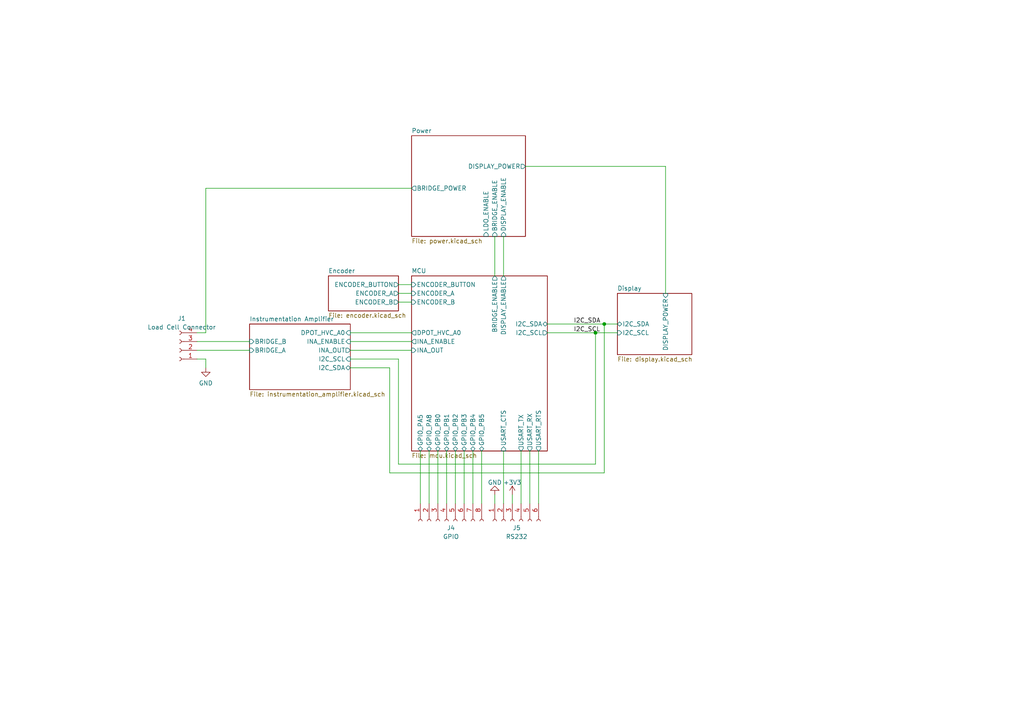
<source format=kicad_sch>
(kicad_sch (version 20211123) (generator eeschema)
  (paper "A4")
  (lib_symbols
    (symbol "Connector:Conn_01x04_Female" (pin_names (offset 1.016) hide)
      (property "Reference" "J" (at 0 5.08 0))
      (property "Value" "Conn_01x04_Female" (at 0 -7.62 0))
      (symbol "Conn_01x04_Female_1_1"
        (arc (start 0 -4.572) (mid -0.508 -5.08) (end 0 -5.588) (stroke (width 0.1524)))
        (arc (start 0 -2.032) (mid -0.508 -2.54) (end 0 -3.048) (stroke (width 0.1524)))
        (polyline (pts (xy -1.27 -5.08) (xy -0.508 -5.08)) (stroke (width 0.1524)))
        (polyline (pts (xy -1.27 -2.54) (xy -0.508 -2.54)) (stroke (width 0.1524)))
        (polyline (pts (xy -1.27 0) (xy -0.508 0)) (stroke (width 0.1524)))
        (polyline (pts (xy -1.27 2.54) (xy -0.508 2.54)) (stroke (width 0.1524)))
        (arc (start 0 0.508) (mid -0.508 0) (end 0 -0.508) (stroke (width 0.1524)))
        (arc (start 0 3.048) (mid -0.508 2.54) (end 0 2.032) (stroke (width 0.1524)))
        (pin passive line (at -5.08 2.54 0) (length 3.81) (name "Pin_1") (number "1"))
        (pin passive line (at -5.08 0 0) (length 3.81) (name "Pin_2") (number "2"))
        (pin passive line (at -5.08 -2.54 0) (length 3.81) (name "Pin_3") (number "3"))
        (pin passive line (at -5.08 -5.08 0) (length 3.81) (name "Pin_4") (number "4"))
      )
    )
    (symbol "Connector:Conn_01x06_Female" (pin_names (offset 1.016) hide)
      (property "Reference" "J" (at 0 7.62 0))
      (property "Value" "Conn_01x06_Female" (at 0 -10.16 0))
      (symbol "Conn_01x06_Female_1_1"
        (arc (start 0 -7.112) (mid -0.508 -7.62) (end 0 -8.128) (stroke (width 0.1524)))
        (arc (start 0 -4.572) (mid -0.508 -5.08) (end 0 -5.588) (stroke (width 0.1524)))
        (arc (start 0 -2.032) (mid -0.508 -2.54) (end 0 -3.048) (stroke (width 0.1524)))
        (polyline (pts (xy -1.27 -7.62) (xy -0.508 -7.62)) (stroke (width 0.1524)))
        (polyline (pts (xy -1.27 -5.08) (xy -0.508 -5.08)) (stroke (width 0.1524)))
        (polyline (pts (xy -1.27 -2.54) (xy -0.508 -2.54)) (stroke (width 0.1524)))
        (polyline (pts (xy -1.27 0) (xy -0.508 0)) (stroke (width 0.1524)))
        (polyline (pts (xy -1.27 2.54) (xy -0.508 2.54)) (stroke (width 0.1524)))
        (polyline (pts (xy -1.27 5.08) (xy -0.508 5.08)) (stroke (width 0.1524)))
        (arc (start 0 0.508) (mid -0.508 0) (end 0 -0.508) (stroke (width 0.1524)))
        (arc (start 0 3.048) (mid -0.508 2.54) (end 0 2.032) (stroke (width 0.1524)))
        (arc (start 0 5.588) (mid -0.508 5.08) (end 0 4.572) (stroke (width 0.1524)))
        (pin passive line (at -5.08 5.08 0) (length 3.81) (name "Pin_1") (number "1"))
        (pin passive line (at -5.08 2.54 0) (length 3.81) (name "Pin_2") (number "2"))
        (pin passive line (at -5.08 0 0) (length 3.81) (name "Pin_3") (number "3"))
        (pin passive line (at -5.08 -2.54 0) (length 3.81) (name "Pin_4") (number "4"))
        (pin passive line (at -5.08 -5.08 0) (length 3.81) (name "Pin_5") (number "5"))
        (pin passive line (at -5.08 -7.62 0) (length 3.81) (name "Pin_6") (number "6"))
      )
    )
    (symbol "Connector:Conn_01x08_Female" (pin_names (offset 1.016) hide)
      (property "Reference" "J" (at 0 10.16 0))
      (property "Value" "Conn_01x08_Female" (at 0 -12.7 0))
      (symbol "Conn_01x08_Female_1_1"
        (arc (start 0 -9.652) (mid -0.508 -10.16) (end 0 -10.668) (stroke (width 0.1524)))
        (arc (start 0 -7.112) (mid -0.508 -7.62) (end 0 -8.128) (stroke (width 0.1524)))
        (arc (start 0 -4.572) (mid -0.508 -5.08) (end 0 -5.588) (stroke (width 0.1524)))
        (arc (start 0 -2.032) (mid -0.508 -2.54) (end 0 -3.048) (stroke (width 0.1524)))
        (polyline (pts (xy -1.27 -10.16) (xy -0.508 -10.16)) (stroke (width 0.1524)))
        (polyline (pts (xy -1.27 -7.62) (xy -0.508 -7.62)) (stroke (width 0.1524)))
        (polyline (pts (xy -1.27 -5.08) (xy -0.508 -5.08)) (stroke (width 0.1524)))
        (polyline (pts (xy -1.27 -2.54) (xy -0.508 -2.54)) (stroke (width 0.1524)))
        (polyline (pts (xy -1.27 0) (xy -0.508 0)) (stroke (width 0.1524)))
        (polyline (pts (xy -1.27 2.54) (xy -0.508 2.54)) (stroke (width 0.1524)))
        (polyline (pts (xy -1.27 5.08) (xy -0.508 5.08)) (stroke (width 0.1524)))
        (polyline (pts (xy -1.27 7.62) (xy -0.508 7.62)) (stroke (width 0.1524)))
        (arc (start 0 0.508) (mid -0.508 0) (end 0 -0.508) (stroke (width 0.1524)))
        (arc (start 0 3.048) (mid -0.508 2.54) (end 0 2.032) (stroke (width 0.1524)))
        (arc (start 0 5.588) (mid -0.508 5.08) (end 0 4.572) (stroke (width 0.1524)))
        (arc (start 0 8.128) (mid -0.508 7.62) (end 0 7.112) (stroke (width 0.1524)))
        (pin passive line (at -5.08 7.62 0) (length 3.81) (name "Pin_1") (number "1"))
        (pin passive line (at -5.08 5.08 0) (length 3.81) (name "Pin_2") (number "2"))
        (pin passive line (at -5.08 2.54 0) (length 3.81) (name "Pin_3") (number "3"))
        (pin passive line (at -5.08 0 0) (length 3.81) (name "Pin_4") (number "4"))
        (pin passive line (at -5.08 -2.54 0) (length 3.81) (name "Pin_5") (number "5"))
        (pin passive line (at -5.08 -5.08 0) (length 3.81) (name "Pin_6") (number "6"))
        (pin passive line (at -5.08 -7.62 0) (length 3.81) (name "Pin_7") (number "7"))
        (pin passive line (at -5.08 -10.16 0) (length 3.81) (name "Pin_8") (number "8"))
      )
    )
    (symbol "power:+3.3V" (power) (pin_names (offset 0))
      (property "Value" "+3.3V" (at 0 3.556 0))
      (symbol "+3.3V_0_1"
        (polyline (pts (xy -0.762 1.27) (xy 0 2.54)))
        (polyline (pts (xy 0 0) (xy 0 2.54)))
        (polyline (pts (xy 0 2.54) (xy 0.762 1.27)))
      )
      (symbol "+3.3V_1_1"
        (pin power_in line (at 0 0 90) (length 0) hide (name "+3V3") (number "1"))
      )
    )
    (symbol "power:GND" (power) (pin_names (offset 0))
      (property "Value" "GND" (at 0 -3.81 0))
      (symbol "GND_0_1"
        (polyline (pts (xy 0 0) (xy 0 -1.27) (xy 1.27 -1.27) (xy 0 -2.54) (xy -1.27 -1.27) (xy 0 -1.27)))
      )
      (symbol "GND_1_1"
        (pin power_in line (at 0 0 270) (length 0) hide (name "GND") (number "1"))
      )
    )
  )
  (junction (at 175.26 93.98))
  (junction (at 172.72 96.52))
  (wire (pts (xy 148.59 143.51) (xy 148.59 146.05)))
  (wire (pts (xy 158.75 96.52) (xy 172.72 96.52)))
  (wire (pts (xy 175.26 93.98) (xy 179.07 93.98)))
  (wire (pts (xy 59.69 54.61) (xy 119.38 54.61)))
  (wire (pts (xy 137.16 130.81) (xy 137.16 146.05)))
  (wire (pts (xy 101.6 101.6) (xy 119.38 101.6)))
  (wire (pts (xy 151.13 130.81) (xy 151.13 146.05)))
  (wire (pts (xy 146.05 130.81) (xy 146.05 146.05)))
  (wire (pts (xy 172.72 96.52) (xy 179.07 96.52)))
  (wire (pts (xy 101.6 99.06) (xy 119.38 99.06)))
  (wire (pts (xy 121.92 130.81) (xy 121.92 146.05)))
  (wire (pts (xy 152.4 48.26) (xy 193.04 48.26)))
  (wire (pts (xy 113.03 137.16) (xy 175.26 137.16)))
  (wire (pts (xy 158.75 93.98) (xy 175.26 93.98)))
  (wire (pts (xy 132.08 130.81) (xy 132.08 146.05)))
  (wire (pts (xy 101.6 106.68) (xy 113.03 106.68)))
  (wire (pts (xy 127 130.81) (xy 127 146.05)))
  (wire (pts (xy 57.15 99.06) (xy 72.39 99.06)))
  (wire (pts (xy 59.69 54.61) (xy 59.69 96.52)))
  (wire (pts (xy 124.46 130.81) (xy 124.46 146.05)))
  (wire (pts (xy 115.57 87.63) (xy 119.38 87.63)))
  (wire (pts (xy 175.26 93.98) (xy 175.26 137.16)))
  (wire (pts (xy 57.15 101.6) (xy 72.39 101.6)))
  (wire (pts (xy 59.69 106.68) (xy 59.69 104.14)))
  (wire (pts (xy 129.54 130.81) (xy 129.54 146.05)))
  (wire (pts (xy 156.21 130.81) (xy 156.21 146.05)))
  (wire (pts (xy 172.72 134.62) (xy 115.57 134.62)))
  (wire (pts (xy 143.51 143.51) (xy 143.51 146.05)))
  (wire (pts (xy 113.03 106.68) (xy 113.03 137.16)))
  (wire (pts (xy 146.05 68.58) (xy 146.05 80.01)))
  (wire (pts (xy 139.7 130.81) (xy 139.7 146.05)))
  (wire (pts (xy 101.6 96.52) (xy 119.38 96.52)))
  (wire (pts (xy 172.72 96.52) (xy 172.72 134.62)))
  (wire (pts (xy 115.57 85.09) (xy 119.38 85.09)))
  (wire (pts (xy 193.04 48.26) (xy 193.04 85.09)))
  (wire (pts (xy 134.62 130.81) (xy 134.62 146.05)))
  (wire (pts (xy 143.51 68.58) (xy 143.51 80.01)))
  (wire (pts (xy 153.67 130.81) (xy 153.67 146.05)))
  (wire (pts (xy 59.69 104.14) (xy 57.15 104.14)))
  (wire (pts (xy 115.57 104.14) (xy 115.57 134.62)))
  (wire (pts (xy 101.6 104.14) (xy 115.57 104.14)))
  (wire (pts (xy 57.15 96.52) (xy 59.69 96.52)))
  (wire (pts (xy 115.57 82.55) (xy 119.38 82.55)))
  (label "I2C_SDA" (at 166.37 93.98 0))
  (label "I2C_SCL" (at 166.37 96.52 0))
  (symbol (lib_id "power:GND") (at 59.69 106.68 0) (unit 1)
    (property "Reference" "#PWR0103" (effects hide))
    (property "Value" "GND" (at 59.69 111.1234 0))
  )
  (symbol (lib_id "Connector:Conn_01x04_Female") (at 52.07 101.6 180) (unit 1)
    (property "Reference" "J1" (at 52.705 92.363 0))
    (property "Value" "Load Cell Connector" (at 52.705 94.8999 0))
    (property "Footprint" "Connector_PinHeader_2.54mm:PinHeader_1x04_P2.54mm_Vertical" (effects hide))
  )
  (symbol (lib_id "Connector:Conn_01x08_Female") (at 129.54 151.13 90) (mirror x) (unit 1)
    (property "Reference" "J4" (at 130.81 153.1096 90))
    (property "Value" "GPIO" (at 130.81 155.6465 90))
    (property "Footprint" "Connector_PinHeader_2.54mm:PinHeader_1x08_P2.54mm_Vertical" (effects hide))
  )
  (symbol (lib_id "power:+3.3V") (at 148.59 143.51 0) (unit 1)
    (property "Reference" "#PWR0102" (effects hide))
    (property "Value" "+3.3V" (at 148.59 139.9342 0))
  )
  (symbol (lib_id "power:GND") (at 143.51 143.51 180) (unit 1)
    (property "Reference" "#PWR0101" (effects hide))
    (property "Value" "GND" (at 143.51 139.9342 0))
  )
  (symbol (lib_id "Connector:Conn_01x06_Female") (at 148.59 151.13 90) (mirror x) (unit 1)
    (property "Reference" "J5" (at 149.86 153.1096 90))
    (property "Value" "RS232" (at 149.86 155.6465 90))
    (property "Footprint" "Connector_PinHeader_2.54mm:PinHeader_1x06_P2.54mm_Vertical" (effects hide))
  )
  (sheet (at 179.07 85.09) (size 21.59 17.78) (stroke (width 0.1524))
    (property "Sheet name" "Display" (at 179.07 84.3784 0) (effects (justify left bottom)))
    (property "Sheet file" "display.kicad_sch" (at 179.07 103.4546 0) (effects (justify left top)))
    (pin "I2C_SDA" bidirectional (at 179.07 93.98 180))
    (pin "I2C_SCL" input (at 179.07 96.52 180))
    (pin "DISPLAY_POWER" input (at 193.04 85.09 90))
  )
  (sheet (at 95.25 80.01) (size 20.32 10.16) (stroke (width 0.1524))
    (property "Sheet name" "Encoder" (at 95.25 79.2984 0) (effects (justify left bottom)))
    (property "Sheet file" "encoder.kicad_sch" (at 95.25 90.7546 0) (effects (justify left top)))
    (pin "ENCODER_BUTTON" output (at 115.57 82.55 0))
    (pin "ENCODER_A" output (at 115.57 85.09 0))
    (pin "ENCODER_B" output (at 115.57 87.63 0))
  )
  (sheet (at 119.38 39.37) (size 33.02 29.21) (stroke (width 0.1524))
    (property "Sheet name" "Power" (at 119.38 38.6584 0) (effects (justify left bottom)))
    (property "Sheet file" "power.kicad_sch" (at 119.38 69.1646 0) (effects (justify left top)))
    (pin "DISPLAY_ENABLE" input (at 146.05 68.58 270))
    (pin "DISPLAY_POWER" output (at 152.4 48.26 0))
    (pin "BRIDGE_ENABLE" input (at 143.51 68.58 270))
    (pin "BRIDGE_POWER" output (at 119.38 54.61 180))
    (pin "LDO_ENABLE" input (at 140.97 68.58 270))
  )
  (sheet (at 72.39 93.98) (size 29.21 19.05) (stroke (width 0.1524))
    (property "Sheet name" "Instrumentation Amplifier" (at 72.39 93.2684 0) (effects (justify left bottom)))
    (property "Sheet file" "instrumentation_amplifier.kicad_sch" (at 72.39 113.6146 0) (effects (justify left top)))
    (pin "INA_OUT" output (at 101.6 101.6 0))
    (pin "INA_ENABLE" input (at 101.6 99.06 0))
    (pin "BRIDGE_A" input (at 72.39 101.6 180))
    (pin "BRIDGE_B" input (at 72.39 99.06 180))
    (pin "DPOT_HVC_A0" input (at 101.6 96.52 0))
    (pin "I2C_SCL" input (at 101.6 104.14 0))
    (pin "I2C_SDA" bidirectional (at 101.6 106.68 0))
  )
  (sheet (at 119.38 80.01) (size 39.37 50.8) (stroke (width 0.1524))
    (property "Sheet name" "MCU" (at 119.38 79.2984 0) (effects (justify left bottom)))
    (property "Sheet file" "mcu.kicad_sch" (at 119.38 131.3946 0) (effects (justify left top)))
    (pin "I2C_SCL" output (at 158.75 96.52 0))
    (pin "INA_OUT" input (at 119.38 101.6 180))
    (pin "DISPLAY_ENABLE" output (at 146.05 80.01 90))
    (pin "I2C_SDA" bidirectional (at 158.75 93.98 0))
    (pin "INA_ENABLE" output (at 119.38 99.06 180))
    (pin "BRIDGE_ENABLE" output (at 143.51 80.01 90))
    (pin "GPIO_PB0" bidirectional (at 127 130.81 270))
    (pin "GPIO_PB5" bidirectional (at 139.7 130.81 270))
    (pin "GPIO_PB2" bidirectional (at 132.08 130.81 270))
    (pin "GPIO_PB1" bidirectional (at 129.54 130.81 270))
    (pin "GPIO_PB3" bidirectional (at 134.62 130.81 270))
    (pin "GPIO_PB4" bidirectional (at 137.16 130.81 270))
    (pin "DPOT_HVC_A0" output (at 119.38 96.52 180))
    (pin "ENCODER_BUTTON" input (at 119.38 82.55 180))
    (pin "USART_TX" output (at 151.13 130.81 270))
    (pin "USART_RX" output (at 153.67 130.81 270))
    (pin "ENCODER_B" input (at 119.38 87.63 180))
    (pin "ENCODER_A" input (at 119.38 85.09 180))
    (pin "GPIO_PA5" bidirectional (at 121.92 130.81 270))
    (pin "USART_CTS" input (at 146.05 130.81 270))
    (pin "USART_RTS" output (at 156.21 130.81 270))
    (pin "GPIO_PA8" bidirectional (at 124.46 130.81 270))
  )
)
</source>
